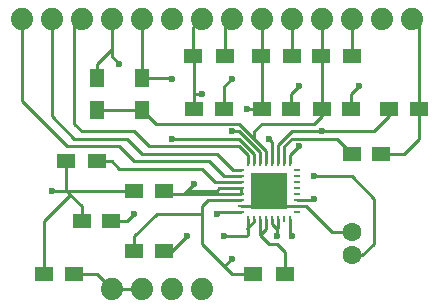
<source format=gtl>
G04 #@! TF.FileFunction,Copper,L1,Top,Signal*
%FSLAX46Y46*%
G04 Gerber Fmt 4.6, Leading zero omitted, Abs format (unit mm)*
G04 Created by KiCad (PCBNEW 4.0.6) date Monday, December 04, 2017 'PMt' 08:22:42 PM*
%MOMM*%
%LPD*%
G01*
G04 APERTURE LIST*
%ADD10C,0.100000*%
%ADD11R,1.500000X1.250000*%
%ADD12C,1.597660*%
%ADD13C,1.879600*%
%ADD14R,1.500000X1.300000*%
%ADD15R,1.300000X1.500000*%
%ADD16R,1.550000X1.550000*%
%ADD17R,0.600000X0.250000*%
%ADD18R,0.250000X0.600000*%
%ADD19C,0.600000*%
%ADD20C,0.250000*%
G04 APERTURE END LIST*
D10*
D11*
X164485000Y-118745000D03*
X166985000Y-118745000D03*
X170200000Y-118745000D03*
X172700000Y-118745000D03*
X175280000Y-118745000D03*
X177780000Y-118745000D03*
X161905000Y-125730000D03*
X159405000Y-125730000D03*
X157460000Y-128270000D03*
X154960000Y-128270000D03*
X159405000Y-130810000D03*
X161905000Y-130810000D03*
X180995000Y-118745000D03*
X183495000Y-118745000D03*
X177820000Y-122555000D03*
X180320000Y-122555000D03*
X154285000Y-132715000D03*
X151785000Y-132715000D03*
D12*
X177800000Y-129176780D03*
X177800000Y-131173220D03*
D13*
X165100000Y-111125000D03*
X167640000Y-111125000D03*
X170180000Y-111125000D03*
X172720000Y-111125000D03*
X175260000Y-111125000D03*
X177800000Y-111125000D03*
X180340000Y-111125000D03*
X182880000Y-111125000D03*
X149860000Y-111125000D03*
X152400000Y-111125000D03*
X154940000Y-111125000D03*
X157480000Y-111125000D03*
X160020000Y-111125000D03*
X162560000Y-111125000D03*
X157480000Y-133985000D03*
X160020000Y-133985000D03*
X162560000Y-133985000D03*
X165100000Y-133985000D03*
D14*
X169465000Y-132715000D03*
X172165000Y-132715000D03*
X156290000Y-123190000D03*
X153590000Y-123190000D03*
X167085000Y-114300000D03*
X164385000Y-114300000D03*
X172800000Y-114300000D03*
X170100000Y-114300000D03*
X177880000Y-114300000D03*
X175180000Y-114300000D03*
D15*
X156210000Y-116125000D03*
X156210000Y-118825000D03*
X160020000Y-116125000D03*
X160020000Y-118825000D03*
D16*
X170040000Y-126505000D03*
X170040000Y-124955000D03*
X171590000Y-124955000D03*
D17*
X168415000Y-123980000D03*
X168415000Y-124480000D03*
X168415000Y-124980000D03*
X168415000Y-125480000D03*
X168415000Y-125980000D03*
X168415000Y-126480000D03*
X168415000Y-126980000D03*
X168415000Y-127480000D03*
D18*
X169065000Y-128130000D03*
X169565000Y-128130000D03*
X170065000Y-128130000D03*
X170565000Y-128130000D03*
X171065000Y-128130000D03*
X171565000Y-128130000D03*
X172065000Y-128130000D03*
X172565000Y-128130000D03*
D17*
X173215000Y-127480000D03*
X173215000Y-126980000D03*
X173215000Y-126480000D03*
X173215000Y-125980000D03*
X173215000Y-125480000D03*
X173215000Y-124980000D03*
X173215000Y-124480000D03*
X173215000Y-123980000D03*
D18*
X172565000Y-123330000D03*
X172065000Y-123330000D03*
X171565000Y-123330000D03*
X171065000Y-123330000D03*
X170565000Y-123330000D03*
X170065000Y-123330000D03*
X169565000Y-123330000D03*
X169065000Y-123330000D03*
D16*
X171590000Y-126505000D03*
D19*
X165100000Y-117475000D03*
X173355000Y-121920000D03*
X152400000Y-125730000D03*
X172720000Y-129540000D03*
X170040000Y-126505000D03*
X170040000Y-124955000D03*
X171590000Y-124955000D03*
X171590000Y-126505000D03*
X178435000Y-116840000D03*
X173355000Y-116840000D03*
X167640000Y-116205000D03*
X168910000Y-118745000D03*
X170815000Y-121285000D03*
X164465000Y-125095000D03*
X174625000Y-124460000D03*
X159385000Y-127635000D03*
X166370000Y-127635000D03*
X167640000Y-131445000D03*
X175260000Y-120650000D03*
X174625000Y-126365000D03*
X163830000Y-129540000D03*
X167005000Y-129540000D03*
X171450000Y-129540000D03*
X158115000Y-114935000D03*
X162560000Y-121285000D03*
X162560000Y-116205000D03*
X167640000Y-120650000D03*
D20*
X172565000Y-123330000D02*
X172565000Y-122710000D01*
X165100000Y-117475000D02*
X164485000Y-117475000D01*
X172565000Y-122710000D02*
X173355000Y-121920000D01*
X164485000Y-117475000D02*
X164465000Y-117475000D01*
X164465000Y-117475000D02*
X164485000Y-117475000D01*
X164485000Y-118745000D02*
X164485000Y-117475000D01*
X164485000Y-117475000D02*
X164485000Y-114400000D01*
X164485000Y-114400000D02*
X164385000Y-114300000D01*
X164385000Y-114300000D02*
X164385000Y-111840000D01*
X164385000Y-111840000D02*
X165100000Y-111125000D01*
X180320000Y-122555000D02*
X182245000Y-122555000D01*
X183495000Y-121305000D02*
X183495000Y-118745000D01*
X182245000Y-122555000D02*
X183495000Y-121305000D01*
X183495000Y-118745000D02*
X183495000Y-111740000D01*
X183495000Y-111740000D02*
X182880000Y-111125000D01*
X153670000Y-125730000D02*
X152400000Y-125730000D01*
X151785000Y-132715000D02*
X151785000Y-128250000D01*
X151785000Y-128250000D02*
X153987500Y-126047500D01*
X154960000Y-128270000D02*
X154960000Y-127020000D01*
X154960000Y-127020000D02*
X153987500Y-126047500D01*
X153987500Y-126047500D02*
X153670000Y-125730000D01*
X159405000Y-125730000D02*
X153670000Y-125730000D01*
X153590000Y-125650000D02*
X153590000Y-123190000D01*
X153670000Y-125730000D02*
X153590000Y-125650000D01*
X173215000Y-126980000D02*
X173970000Y-126980000D01*
X176166780Y-129176780D02*
X177800000Y-129176780D01*
X173970000Y-126980000D02*
X176166780Y-129176780D01*
X172565000Y-128130000D02*
X172565000Y-129385000D01*
X172565000Y-129385000D02*
X172720000Y-129540000D01*
X168415000Y-126980000D02*
X169565000Y-126980000D01*
X169565000Y-126980000D02*
X170040000Y-126505000D01*
X172065000Y-126980000D02*
X171590000Y-126505000D01*
X173215000Y-126980000D02*
X172065000Y-126980000D01*
X177780000Y-118745000D02*
X177780000Y-117495000D01*
X177780000Y-117495000D02*
X178435000Y-116840000D01*
X172700000Y-118745000D02*
X172700000Y-117495000D01*
X172700000Y-117495000D02*
X173355000Y-116840000D01*
X166985000Y-118745000D02*
X166985000Y-116860000D01*
X166985000Y-116860000D02*
X167640000Y-116205000D01*
X171065000Y-123330000D02*
X171065000Y-121535000D01*
X168910000Y-118745000D02*
X170200000Y-118745000D01*
X171065000Y-121535000D02*
X170815000Y-121285000D01*
X170200000Y-118745000D02*
X170200000Y-114400000D01*
X170200000Y-114400000D02*
X170180000Y-114380000D01*
X170180000Y-114380000D02*
X170180000Y-111125000D01*
X156210000Y-118825000D02*
X160020000Y-118825000D01*
X169545000Y-121285000D02*
X168275000Y-120015000D01*
X161210000Y-120015000D02*
X160020000Y-118825000D01*
X168275000Y-120015000D02*
X161210000Y-120015000D01*
X170565000Y-123330000D02*
X170565000Y-122305000D01*
X174625000Y-120015000D02*
X175280000Y-119360000D01*
X170180000Y-120015000D02*
X174625000Y-120015000D01*
X169545000Y-120650000D02*
X170180000Y-120015000D01*
X169545000Y-121285000D02*
X169545000Y-120650000D01*
X170565000Y-122305000D02*
X169545000Y-121285000D01*
X175280000Y-119360000D02*
X175280000Y-118745000D01*
X175260000Y-111125000D02*
X175260000Y-114220000D01*
X175260000Y-114220000D02*
X175180000Y-114300000D01*
X175280000Y-118745000D02*
X175280000Y-114400000D01*
X175280000Y-114400000D02*
X175180000Y-114300000D01*
X168415000Y-125480000D02*
X168415000Y-125980000D01*
X168415000Y-125480000D02*
X166620000Y-125480000D01*
X166370000Y-125730000D02*
X163830000Y-125730000D01*
X166620000Y-125480000D02*
X166370000Y-125730000D01*
X177800000Y-131173220D02*
X178706780Y-131173220D01*
X163580000Y-125980000D02*
X163445000Y-125980000D01*
X164465000Y-125095000D02*
X163830000Y-125730000D01*
X163830000Y-125730000D02*
X163580000Y-125980000D01*
X177800000Y-124460000D02*
X174625000Y-124460000D01*
X179705000Y-126365000D02*
X177800000Y-124460000D01*
X179705000Y-130175000D02*
X179705000Y-126365000D01*
X178706780Y-131173220D02*
X179705000Y-130175000D01*
X168415000Y-125980000D02*
X162155000Y-125980000D01*
X162155000Y-125980000D02*
X161905000Y-125730000D01*
X168415000Y-127480000D02*
X166525000Y-127480000D01*
X158750000Y-128270000D02*
X157460000Y-128270000D01*
X159385000Y-127635000D02*
X158750000Y-128270000D01*
X166525000Y-127480000D02*
X166370000Y-127635000D01*
X159405000Y-130810000D02*
X159405000Y-129520000D01*
X161290000Y-127635000D02*
X165100000Y-127635000D01*
X159405000Y-129520000D02*
X161290000Y-127635000D01*
X175260000Y-120650000D02*
X179705000Y-120650000D01*
X179705000Y-120650000D02*
X180995000Y-119360000D01*
X180995000Y-119360000D02*
X180995000Y-118745000D01*
X167005000Y-132080000D02*
X167640000Y-131445000D01*
X168415000Y-126480000D02*
X165620000Y-126480000D01*
X167640000Y-132715000D02*
X169465000Y-132715000D01*
X165100000Y-130175000D02*
X167005000Y-132080000D01*
X167005000Y-132080000D02*
X167640000Y-132715000D01*
X165100000Y-127000000D02*
X165100000Y-127635000D01*
X165100000Y-127635000D02*
X165100000Y-130175000D01*
X165620000Y-126480000D02*
X165100000Y-127000000D01*
X171565000Y-123330000D02*
X171565000Y-121805000D01*
X172720000Y-120650000D02*
X175260000Y-120650000D01*
X171565000Y-121805000D02*
X172720000Y-120650000D01*
X174510000Y-126480000D02*
X173215000Y-126480000D01*
X174625000Y-126365000D02*
X174510000Y-126480000D01*
X169565000Y-128130000D02*
X169565000Y-128250000D01*
X169565000Y-128250000D02*
X168910000Y-128905000D01*
X161905000Y-130810000D02*
X162560000Y-130810000D01*
X162560000Y-130810000D02*
X163830000Y-129540000D01*
X167005000Y-129540000D02*
X168910000Y-129540000D01*
X168910000Y-129540000D02*
X169065000Y-129385000D01*
X169065000Y-129385000D02*
X169065000Y-128130000D01*
X172065000Y-123330000D02*
X172065000Y-121940000D01*
X176530000Y-121285000D02*
X177800000Y-122555000D01*
X172720000Y-121285000D02*
X176530000Y-121285000D01*
X172065000Y-121940000D02*
X172720000Y-121285000D01*
X177800000Y-122555000D02*
X177820000Y-122555000D01*
X154285000Y-132715000D02*
X156210000Y-132715000D01*
X156210000Y-132715000D02*
X157480000Y-133985000D01*
X160020000Y-133985000D02*
X157480000Y-133985000D01*
X171450000Y-128905000D02*
X171450000Y-129540000D01*
X171565000Y-128130000D02*
X171565000Y-128790000D01*
X171065000Y-128520000D02*
X171450000Y-128905000D01*
X171065000Y-128520000D02*
X171065000Y-128130000D01*
X171565000Y-128790000D02*
X171450000Y-128905000D01*
X167085000Y-114300000D02*
X167085000Y-111680000D01*
X167085000Y-111680000D02*
X167640000Y-111125000D01*
X172800000Y-114300000D02*
X172800000Y-111205000D01*
X172800000Y-111205000D02*
X172720000Y-111125000D01*
X177880000Y-114300000D02*
X177880000Y-111205000D01*
X177880000Y-111205000D02*
X177800000Y-111125000D01*
X168415000Y-124480000D02*
X167025000Y-124480000D01*
X149860000Y-118110000D02*
X149860000Y-111125000D01*
X153670000Y-121920000D02*
X149860000Y-118110000D01*
X158115000Y-121920000D02*
X153670000Y-121920000D01*
X159385000Y-123190000D02*
X158115000Y-121920000D01*
X165735000Y-123190000D02*
X159385000Y-123190000D01*
X167025000Y-124480000D02*
X165735000Y-123190000D01*
X168415000Y-123980000D02*
X167795000Y-123980000D01*
X152400000Y-119380000D02*
X152400000Y-111125000D01*
X154305000Y-121285000D02*
X152400000Y-119380000D01*
X158750000Y-121285000D02*
X154305000Y-121285000D01*
X160020000Y-122555000D02*
X158750000Y-121285000D01*
X166370000Y-122555000D02*
X160020000Y-122555000D01*
X167795000Y-123980000D02*
X166370000Y-122555000D01*
X169065000Y-123330000D02*
X169065000Y-122710000D01*
X154305000Y-120015000D02*
X154305000Y-111760000D01*
X154940000Y-120650000D02*
X154305000Y-120015000D01*
X159385000Y-120650000D02*
X154940000Y-120650000D01*
X160655000Y-121920000D02*
X159385000Y-120650000D01*
X168275000Y-121920000D02*
X160655000Y-121920000D01*
X169065000Y-122710000D02*
X168275000Y-121920000D01*
X154305000Y-111760000D02*
X154940000Y-111125000D01*
X169565000Y-123330000D02*
X169565000Y-122575000D01*
X157480000Y-114300000D02*
X157480000Y-113665000D01*
X158115000Y-114935000D02*
X157480000Y-114300000D01*
X168275000Y-121285000D02*
X162560000Y-121285000D01*
X169565000Y-122575000D02*
X168275000Y-121285000D01*
X156210000Y-116125000D02*
X156210000Y-114935000D01*
X157480000Y-113665000D02*
X157480000Y-111125000D01*
X156210000Y-114935000D02*
X157480000Y-113665000D01*
X170065000Y-123330000D02*
X170065000Y-122440000D01*
X162480000Y-116125000D02*
X160020000Y-116125000D01*
X162560000Y-116205000D02*
X162480000Y-116125000D01*
X168275000Y-120650000D02*
X167640000Y-120650000D01*
X170065000Y-122440000D02*
X168275000Y-120650000D01*
X160020000Y-116125000D02*
X160020000Y-111125000D01*
X170065000Y-129425000D02*
X170815000Y-130175000D01*
X172165000Y-130890000D02*
X172165000Y-132715000D01*
X171450000Y-130175000D02*
X172165000Y-130890000D01*
X170815000Y-130175000D02*
X171450000Y-130175000D01*
X170065000Y-128130000D02*
X170065000Y-129425000D01*
X170565000Y-128925000D02*
X170565000Y-128130000D01*
X170065000Y-129425000D02*
X170565000Y-128925000D01*
X168415000Y-124980000D02*
X166255000Y-124980000D01*
X157480000Y-123190000D02*
X156290000Y-123190000D01*
X158115000Y-123825000D02*
X157480000Y-123190000D01*
X165100000Y-123825000D02*
X158115000Y-123825000D01*
X166255000Y-124980000D02*
X165100000Y-123825000D01*
M02*

</source>
